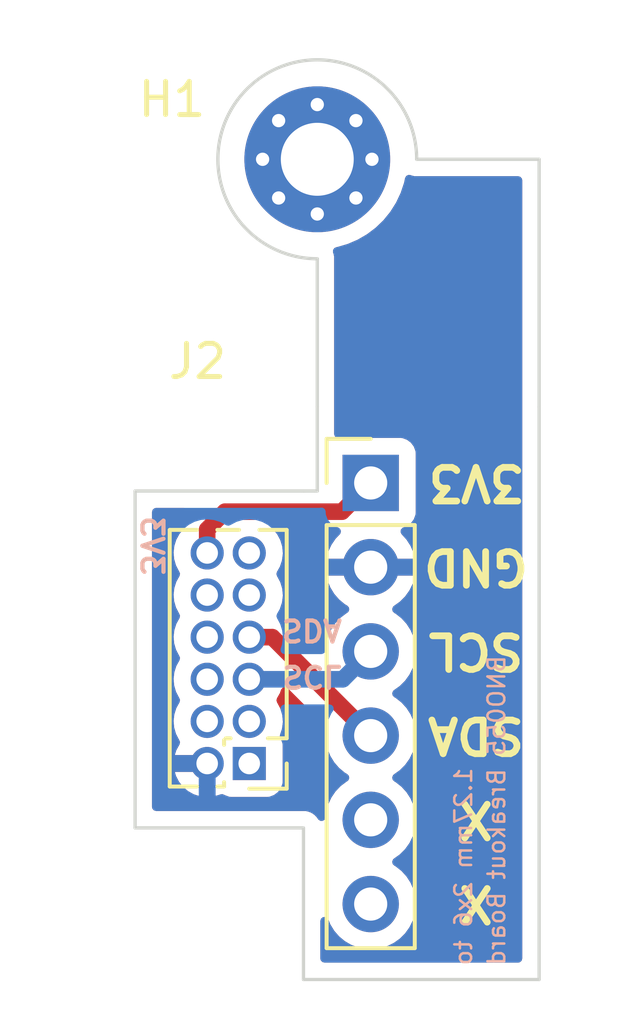
<source format=kicad_pcb>
(kicad_pcb (version 20211014) (generator pcbnew)
  (title_block (title "INA_ADAPTER_BOARD") (date "2022-08-28") (rev "1") (company "EPFL XPLORE") (comment 4 "AISLER Project ID: BSVFFFFI"))
  (layers (0 "F.Cu" signal "Front") (31 "B.Cu" signal "Back") (34 "B.Paste" user) (35 "F.Paste" user) (36 "B.SilkS" user "B.Silkscreen") (37 "F.SilkS" user "F.Silkscreen") (38 "B.Mask" user) (39 "F.Mask" user) (44 "Edge.Cuts" user))
  (net 0 "")
  (net 2 "/GND")
  (net 5 "/I2C_SCL")
  (net 7 "/I2C_SDA")
  (net 12 "/3V3")
  (footprint "MountingHole:MountingHole_2.2mm_M2_Pad_Via" (layer "F.Cu") (at 138.263 80.254)
    (fp_text reference "H1" (at -4.388 -1.804) (layer "F.SilkS"))
    (fp_text value "M2")
    (pad "1" thru_hole circle (at 1.166726 1.166726) (size 0.7 0.7) (drill 0.4) (layers *.Cu *.Mask))
    (pad "1" thru_hole circle (at 0 1.65) (size 0.7 0.7) (drill 0.4) (layers *.Cu *.Mask))
    (pad "1" thru_hole circle (at 1.166726 -1.166726) (size 0.7 0.7) (drill 0.4) (layers *.Cu *.Mask))
    (pad "1" thru_hole circle (at -1.166726 1.166726) (size 0.7 0.7) (drill 0.4) (layers *.Cu *.Mask))
    (pad "1" thru_hole circle (at -1.166726 -1.166726) (size 0.7 0.7) (drill 0.4) (layers *.Cu *.Mask))
    (pad "1" thru_hole circle (at 0 -1.65) (size 0.7 0.7) (drill 0.4) (layers *.Cu *.Mask))
    (pad "1" thru_hole circle (at -1.65 0) (size 0.7 0.7) (drill 0.4) (layers *.Cu *.Mask))
    (pad "1" thru_hole circle (at 1.65 0) (size 0.7 0.7) (drill 0.4) (layers *.Cu *.Mask))
    (pad "1" thru_hole circle (at 0 0) (size 4.4 4.4) (drill 2.2) (layers *.Cu *.Mask))
  )
  (footprint "Connector_PinHeader_1.27mm:PinHeader_2x06_P1.27mm_Vertical" (layer "F.Cu") (at 136.2102 98.4758 180)
    (fp_text reference "J1" hide)
    (fp_text value "1.27mm 2x6-PTH")
    (fp_line (start 1.57753 -0.695) (end 2.4 -0.695) (layer "F.SilkS") (width 0.12))
    (fp_line (start 0.563471 0.76) (end 0.706529 0.76) (layer "F.SilkS") (width 0.12))
    (fp_line (start 0.76 -0.695) (end 0.96247 -0.695) (layer "F.SilkS") (width 0.12))
    (fp_line (start 0.76 -0.563471) (end 0.76 -0.695) (layer "F.SilkS") (width 0.12))
    (fp_line (start -1.13 0.76) (end -0.563471 0.76) (layer "F.SilkS") (width 0.12))
    (fp_line (start -1.13 -0.76) (end 0 -0.76) (layer "F.SilkS") (width 0.12))
    (fp_line (start -1.13 0) (end -1.13 -0.76) (layer "F.SilkS") (width 0.12))
    (fp_line (start 0.30753 7.045) (end 0.96247 7.045) (layer "F.SilkS") (width 0.12))
    (fp_line (start 2.4 -0.695) (end 2.4 7.045) (layer "F.SilkS") (width 0.12))
    (fp_line (start -1.13 0.76) (end -1.13 7.045) (layer "F.SilkS") (width 0.12))
    (fp_line (start 0.76 0.706529) (end 0.76 0.563471) (layer "F.SilkS") (width 0.12))
    (fp_line (start -1.13 7.045) (end -0.30753 7.045) (layer "F.SilkS") (width 0.12))
    (fp_line (start 1.57753 7.045) (end 2.4 7.045) (layer "F.SilkS") (width 0.12))
    (pad "1" thru_hole rect (at 0 0 180) (size 1 1) (drill 0.65) (layers *.Cu *.Mask))
    (pad "2" thru_hole oval (at 1.27 0 180) (size 1 1) (drill 0.65) (layers *.Cu *.Mask) (net 2 "/GND"))
    (pad "3" thru_hole oval (at 0 1.27 180) (size 1 1) (drill 0.65) (layers *.Cu *.Mask))
    (pad "4" thru_hole oval (at 1.27 1.27 180) (size 1 1) (drill 0.65) (layers *.Cu *.Mask))
    (pad "5" thru_hole oval (at 0 2.54 180) (size 1 1) (drill 0.65) (layers *.Cu *.Mask) (net 5 "/I2C_SCL"))
    (pad "6" thru_hole oval (at 1.27 2.54 180) (size 1 1) (drill 0.65) (layers *.Cu *.Mask))
    (pad "7" thru_hole oval (at 0 3.81 180) (size 1 1) (drill 0.65) (layers *.Cu *.Mask) (net 7 "/I2C_SDA"))
    (pad "8" thru_hole oval (at 1.27 3.81 180) (size 1 1) (drill 0.65) (layers *.Cu *.Mask))
    (pad "9" thru_hole oval (at 0 5.08 180) (size 1 1) (drill 0.65) (layers *.Cu *.Mask))
    (pad "10" thru_hole oval (at 1.27 5.08 180) (size 1 1) (drill 0.65) (layers *.Cu *.Mask))
    (pad "11" thru_hole oval (at 0 6.35 180) (size 1 1) (drill 0.65) (layers *.Cu *.Mask))
    (pad "12" thru_hole oval (at 1.27 6.35 180) (size 1 1) (drill 0.65) (layers *.Cu *.Mask) (net 12 "/3V3"))
  )
  (footprint "Connector_PinHeader_2.54mm:PinHeader_1x06_P2.54mm_Vertical" (layer "F.Cu") (at 139.875 90.015)
    (fp_text reference "J2" (at -5.225 -3.665) (layer "F.SilkS"))
    (fp_text value "2.54mm 1x6-PTH")
    (fp_line (start 1.33 1.27) (end 1.33 14.03) (layer "F.SilkS") (width 0.12))
    (fp_line (start -1.33 -1.33) (end 0 -1.33) (layer "F.SilkS") (width 0.12))
    (fp_line (start -1.33 14.03) (end 1.33 14.03) (layer "F.SilkS") (width 0.12))
    (fp_line (start -1.33 1.27) (end 1.33 1.27) (layer "F.SilkS") (width 0.12))
    (fp_line (start -1.33 0) (end -1.33 -1.33) (layer "F.SilkS") (width 0.12))
    (fp_line (start -1.33 1.27) (end -1.33 14.03) (layer "F.SilkS") (width 0.12))
    (pad "1" thru_hole rect (at 0 0) (size 1.7 1.7) (drill 1) (layers *.Cu *.Mask) (net 12 "/3V3"))
    (pad "2" thru_hole oval (at 0 2.54) (size 1.7 1.7) (drill 1) (layers *.Cu *.Mask) (net 2 "/GND"))
    (pad "3" thru_hole oval (at 0 5.08) (size 1.7 1.7) (drill 1) (layers *.Cu *.Mask) (net 5 "/I2C_SCL"))
    (pad "4" thru_hole oval (at 0 7.62) (size 1.7 1.7) (drill 1) (layers *.Cu *.Mask) (net 7 "/I2C_SDA"))
    (pad "5" thru_hole oval (at 0 10.16) (size 1.7 1.7) (drill 1) (layers *.Cu *.Mask))
    (pad "6" thru_hole oval (at 0 12.7) (size 1.7 1.7) (drill 1) (layers *.Cu *.Mask))
  )
  (gr_line (start 132.766 90.258) (end 137.846 90.258) (layer "Edge.Cuts") (width 0.1))
  (gr_line (start 141.263 80.254) (end 144.958 80.254) (layer "Edge.Cuts") (width 0.1))
  (gr_line (start 144.958 87.718) (end 144.958 104.99) (layer "Edge.Cuts") (width 0.1))
  (gr_line (start 137.846 104.99) (end 137.846 100.418) (layer "Edge.Cuts") (width 0.1))
  (gr_arc (start 138.263 83.254) (mid 136.14168 78.13268) (end 141.263 80.254) (layer "Edge.Cuts") (width 0.1))
  (gr_line (start 144.958 104.99) (end 137.846 104.99) (layer "Edge.Cuts") (width 0.1))
  (gr_line (start 138.263 87.718) (end 138.263 90.258) (layer "Edge.Cuts") (width 0.1))
  (gr_line (start 138.263 90.258) (end 137.846 90.258) (layer "Edge.Cuts") (width 0.1))
  (gr_line (start 144.958 80.254) (end 144.958 87.718) (layer "Edge.Cuts") (width 0.1))
  (gr_line (start 132.766 100.418) (end 132.766 90.258) (layer "Edge.Cuts") (width 0.1))
  (gr_line (start 137.846 100.418) (end 132.766 100.418) (layer "Edge.Cuts") (width 0.1))
  (gr_line (start 138.263 83.254) (end 138.263 87.718) (layer "Edge.Cuts") (width 0.1))
  (gr_text "SCL" (at 138.1 95.846 180) (layer "B.SilkS") (effects (font (size 0.635 0.635) (thickness 0.127)) (justify mirror)))
  (gr_text "SDA" (at 138.1 94.449 180) (layer "B.SilkS") (effects (font (size 0.635 0.635) (thickness 0.127)) (justify mirror)))
  (gr_text "1.27mm 2x6 to" (at 142.674 104.609 90) (layer "B.SilkS") (effects (font (size 0.508 0.508) (thickness 0.0762)) (justify right mirror)))
  (gr_text "BNO055 Breakout Board" (at 143.674 104.609 90) (layer "B.SilkS") (effects (font (size 0.508 0.508) (thickness 0.0762)) (justify right mirror)))
  (gr_text "3V3" (at 133.274 91.909 -90) (layer "B.SilkS") (effects (font (size 0.635 0.635) (thickness 0.127)) (justify mirror)))
  (gr_text "SCL\n" (at 143.053 95.084 180) (layer "F.SilkS") (effects (font (size 1.016 1.016) (thickness 0.2032))))
  (gr_text "3V3" (at 143.053 90.004 180) (layer "F.SilkS") (effects (font (size 1.016 1.016) (thickness 0.2032))))
  (gr_text "GND\n" (at 143.053 92.544 180) (layer "F.SilkS") (effects (font (size 1.016 1.016) (thickness 0.2032))))
  (gr_text "X" (at 143.053 100.164 180) (layer "F.SilkS") (effects (font (size 1.016 1.016) (thickness 0.2032))))
  (gr_text "X" (at 143.053 102.704 180) (layer "F.SilkS") (effects (font (size 1.016 1.016) (thickness 0.2032))))
  (gr_text "SDA" (at 143.053 97.624 180) (layer "F.SilkS") (effects (font (size 1.016 1.016) (thickness 0.2032))))
  (segment (start 139.0342 95.9358) (end 139.875 95.095) (width 0.5) (layer "B.Cu") (net 5))
  (segment (start 136.2102 95.9358) (end 139.0342 95.9358) (width 0.5) (layer "B.Cu") (net 5))
  (segment (start 136.2102 94.6658) (end 136.9058 94.6658) (width 0.5) (layer "F.Cu") (net 7))
  (segment (start 136.9058 94.6658) (end 139.875 97.635) (width 0.5) (layer "F.Cu") (net 7))
  (segment (start 134.9402 92.1258) (end 134.9402 91.418694) (width 0.5) (layer "F.Cu") (net 12))
  (segment (start 139.0088 90.8812) (end 139.875 90.015) (width 0.5) (layer "F.Cu") (net 12))
  (segment (start 135.477694 90.8812) (end 139.0088 90.8812) (width 0.5) (layer "F.Cu") (net 12))
  (segment (start 134.9402 91.418694) (end 135.477694 90.8812) (width 0.5) (layer "F.Cu") (net 12))
  (zone (net 2) (net_name "/GND") (layer "F.Cu") (connect_pads (clearance 0.508)) (min_thickness 0.254) (fill yes (thermal_gap 0.508) (thermal_bridge_width 0.508))
    (polygon (pts (xy 147.95 106.35) (xy 131.65 106.35) (xy 131.65 75.45) (xy 147.625 75.45)))
  )
  (zone (net 2) (net_name "/GND") (layer "B.Cu") (connect_pads (clearance 0.508)) (min_thickness 0.254) (fill yes (thermal_gap 0.508) (thermal_bridge_width 0.508))
    (polygon (pts (xy 147.95 106.35) (xy 131.65 106.35) (xy 131.65 75.45) (xy 147.625 75.45)))
  )
)
</source>
